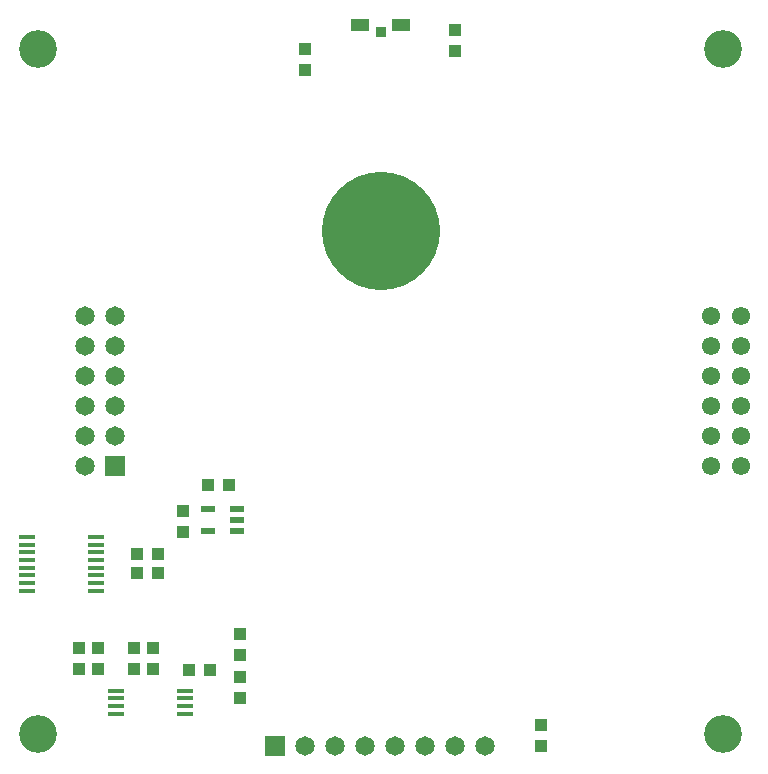
<source format=gbr>
G04 DesignSpark PCB PRO Gerber Version 10.0 Build 5299*
G04 #@! TF.Part,Single*
G04 #@! TF.FileFunction,Soldermask,Top*
G04 #@! TF.FilePolarity,Negative*
%FSLAX35Y35*%
%MOIN*%
G04 #@! TA.AperFunction,SMDPad,CuDef*
%ADD149R,0.03941X0.04295*%
%ADD151R,0.03547X0.03547*%
G04 #@! TA.AperFunction,ComponentPad*
%ADD147R,0.06500X0.06500*%
%ADD146C,0.06106*%
%ADD148C,0.06500*%
G04 #@! TA.AperFunction,WasherPad*
%ADD145C,0.12602*%
G04 #@! TA.AperFunction,SMDPad,CuDef*
%ADD152R,0.05811X0.01776*%
%ADD153R,0.04728X0.02366*%
%ADD154R,0.04295X0.03941*%
%ADD150R,0.05909X0.04335*%
G04 #@! TA.AperFunction,ComponentPad*
%ADD155C,0.39374*%
G04 #@! TD.AperFunction*
X0Y0D02*
D02*
D145*
X27953Y24016D03*
Y252362D03*
X256299Y24016D03*
Y252362D03*
D02*
D146*
X252205Y113189D03*
Y123189D03*
Y133189D03*
Y143189D03*
Y153189D03*
Y163189D03*
X262205Y113189D03*
Y123189D03*
Y133189D03*
Y143189D03*
Y153189D03*
Y163189D03*
D02*
D147*
X53543Y113189D03*
X107087Y20079D03*
D02*
D148*
X43543Y113189D03*
Y123189D03*
Y133189D03*
Y143189D03*
Y153189D03*
Y163189D03*
X53543Y123189D03*
Y133189D03*
Y143189D03*
Y153189D03*
Y163189D03*
X117087Y20079D03*
X127087D03*
X137087D03*
X147087D03*
X157087D03*
X167087D03*
X177087D03*
D02*
D149*
X41732Y45713D03*
Y52713D03*
X48031Y45713D03*
Y52713D03*
X59843Y45713D03*
Y52713D03*
X66142Y45713D03*
Y52713D03*
X76378Y91382D03*
Y98382D03*
X95276Y35870D03*
Y42870D03*
Y50437D03*
Y57437D03*
X116929Y245319D03*
Y252319D03*
X166929Y251618D03*
Y258618D03*
X195669Y20122D03*
Y27122D03*
D02*
D150*
X135236Y260433D03*
X149016D03*
D02*
D151*
X142126Y257874D03*
D02*
D152*
X24260Y71752D03*
Y74311D03*
Y76870D03*
Y79429D03*
Y81988D03*
Y84547D03*
Y87106D03*
Y89665D03*
X47394Y71752D03*
Y74311D03*
Y76870D03*
Y79429D03*
Y81988D03*
Y84547D03*
Y87106D03*
Y89665D03*
X53787Y30807D03*
Y33366D03*
Y35925D03*
Y38484D03*
X76921Y30807D03*
Y33366D03*
Y35925D03*
Y38484D03*
D02*
D153*
X84449Y91535D03*
Y99016D03*
X94291Y91535D03*
Y95276D03*
Y99016D03*
D02*
D154*
X61067Y77559D03*
Y83858D03*
X68067Y77559D03*
Y83858D03*
X78390Y45276D03*
X84689Y107087D03*
X85390Y45276D03*
X91689Y107087D03*
D02*
D155*
X142126Y191516D03*
X0Y0D02*
M02*

</source>
